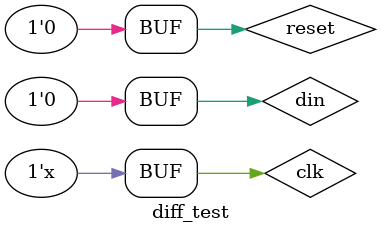
<source format=v>
`timescale 1ns / 1ps


module diff_test;

	// Inputs
	reg din;
	reg reset;
	reg clk;

	// Outputs
	wire [11:0] dout;

	// Instantiate the Unit Under Test (UUT)
	diff uut (
		.din(din), 
		.reset(reset), 
		.clk(clk), 
		.dout(dout)
	);

	initial begin
		// Initialize Inputs
		din = 0;
		reset = 1;
		clk = 0;

		// Wait 100 ns for global reset to finish
		#20;
      reset = 0;
		din = 1;
		#60;
		din = 0;
		// Add stimulus here

	end
always begin #10; clk <= ~clk;  end    
endmodule


</source>
